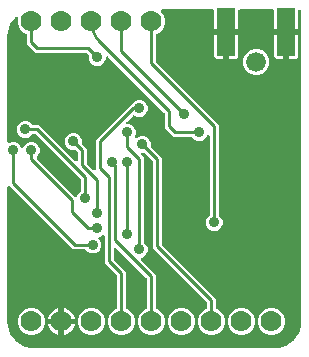
<source format=gbr>
G04 EAGLE Gerber RS-274X export*
G75*
%MOMM*%
%FSLAX34Y34*%
%LPD*%
%INBottom Copper*%
%IPPOS*%
%AMOC8*
5,1,8,0,0,1.08239X$1,22.5*%
G01*
%ADD10R,1.524000X4.064000*%
%ADD11C,1.778000*%
%ADD12C,1.676400*%
%ADD13C,0.906400*%
%ADD14C,0.254000*%

G36*
X231162Y2543D02*
X231162Y2543D01*
X231240Y2545D01*
X234617Y2810D01*
X234685Y2824D01*
X234754Y2829D01*
X234910Y2869D01*
X241334Y4956D01*
X241441Y5006D01*
X241552Y5050D01*
X241603Y5083D01*
X241622Y5091D01*
X241637Y5104D01*
X241688Y5136D01*
X247152Y9107D01*
X247239Y9188D01*
X247286Y9227D01*
X247292Y9231D01*
X247293Y9232D01*
X247331Y9264D01*
X247369Y9310D01*
X247384Y9324D01*
X247395Y9342D01*
X247433Y9388D01*
X251404Y14852D01*
X251461Y14956D01*
X251525Y15056D01*
X251547Y15113D01*
X251557Y15131D01*
X251562Y15151D01*
X251584Y15206D01*
X253671Y21630D01*
X253684Y21698D01*
X253707Y21764D01*
X253730Y21923D01*
X253995Y25300D01*
X253995Y25304D01*
X253996Y25307D01*
X253995Y25326D01*
X253999Y25400D01*
X253999Y288290D01*
X253984Y288408D01*
X253977Y288527D01*
X253964Y288565D01*
X253959Y288606D01*
X253916Y288716D01*
X253879Y288829D01*
X253857Y288864D01*
X253842Y288901D01*
X253773Y288997D01*
X253709Y289098D01*
X253679Y289126D01*
X253656Y289159D01*
X253564Y289235D01*
X253477Y289316D01*
X253442Y289336D01*
X253411Y289361D01*
X253303Y289412D01*
X253199Y289470D01*
X253159Y289480D01*
X253123Y289497D01*
X253006Y289519D01*
X252891Y289549D01*
X252831Y289553D01*
X252811Y289557D01*
X252810Y289557D01*
X252790Y289555D01*
X252730Y289559D01*
X252612Y289544D01*
X252493Y289537D01*
X252455Y289524D01*
X252414Y289519D01*
X252304Y289476D01*
X252191Y289439D01*
X252156Y289417D01*
X252119Y289402D01*
X252023Y289333D01*
X251922Y289269D01*
X251894Y289239D01*
X251861Y289216D01*
X251785Y289124D01*
X251704Y289037D01*
X251684Y289002D01*
X251659Y288971D01*
X251608Y288863D01*
X251550Y288759D01*
X251540Y288719D01*
X251523Y288683D01*
X251501Y288566D01*
X251471Y288451D01*
X251467Y288391D01*
X251463Y288371D01*
X251465Y288350D01*
X251461Y288290D01*
X251461Y273049D01*
X242570Y273049D01*
X242452Y273034D01*
X242333Y273027D01*
X242295Y273014D01*
X242255Y273009D01*
X242144Y272965D01*
X242031Y272929D01*
X241996Y272907D01*
X241959Y272892D01*
X241863Y272822D01*
X241762Y272759D01*
X241734Y272729D01*
X241702Y272705D01*
X241626Y272614D01*
X241544Y272527D01*
X241525Y272492D01*
X241499Y272460D01*
X241448Y272353D01*
X241391Y272249D01*
X241380Y272209D01*
X241363Y272173D01*
X241341Y272056D01*
X241311Y271941D01*
X241307Y271880D01*
X241303Y271860D01*
X241305Y271840D01*
X241301Y271780D01*
X241301Y270509D01*
X241299Y270509D01*
X241299Y271780D01*
X241284Y271898D01*
X241277Y272017D01*
X241264Y272055D01*
X241259Y272095D01*
X241215Y272206D01*
X241179Y272319D01*
X241157Y272354D01*
X241142Y272391D01*
X241072Y272487D01*
X241009Y272588D01*
X240979Y272616D01*
X240955Y272648D01*
X240864Y272724D01*
X240777Y272806D01*
X240742Y272825D01*
X240710Y272851D01*
X240603Y272902D01*
X240499Y272959D01*
X240459Y272970D01*
X240423Y272987D01*
X240306Y273009D01*
X240191Y273039D01*
X240130Y273043D01*
X240110Y273047D01*
X240090Y273045D01*
X240030Y273049D01*
X231139Y273049D01*
X231139Y288290D01*
X231124Y288408D01*
X231117Y288527D01*
X231104Y288565D01*
X231099Y288606D01*
X231056Y288716D01*
X231019Y288829D01*
X230997Y288864D01*
X230982Y288901D01*
X230913Y288997D01*
X230849Y289098D01*
X230819Y289126D01*
X230796Y289159D01*
X230704Y289235D01*
X230617Y289316D01*
X230582Y289336D01*
X230551Y289361D01*
X230443Y289412D01*
X230339Y289470D01*
X230299Y289480D01*
X230263Y289497D01*
X230146Y289519D01*
X230031Y289549D01*
X229971Y289553D01*
X229951Y289557D01*
X229930Y289555D01*
X229870Y289559D01*
X201930Y289559D01*
X201812Y289544D01*
X201693Y289537D01*
X201655Y289524D01*
X201614Y289519D01*
X201504Y289476D01*
X201391Y289439D01*
X201356Y289417D01*
X201319Y289402D01*
X201223Y289333D01*
X201122Y289269D01*
X201094Y289239D01*
X201061Y289216D01*
X200985Y289124D01*
X200904Y289037D01*
X200884Y289002D01*
X200859Y288971D01*
X200808Y288863D01*
X200750Y288759D01*
X200740Y288719D01*
X200723Y288683D01*
X200701Y288566D01*
X200671Y288451D01*
X200667Y288391D01*
X200663Y288371D01*
X200665Y288350D01*
X200661Y288290D01*
X200661Y273049D01*
X191770Y273049D01*
X191652Y273034D01*
X191533Y273027D01*
X191495Y273014D01*
X191455Y273009D01*
X191344Y272965D01*
X191231Y272929D01*
X191196Y272907D01*
X191159Y272892D01*
X191063Y272822D01*
X190962Y272759D01*
X190934Y272729D01*
X190902Y272705D01*
X190826Y272614D01*
X190744Y272527D01*
X190725Y272492D01*
X190699Y272460D01*
X190648Y272353D01*
X190591Y272249D01*
X190580Y272209D01*
X190563Y272173D01*
X190541Y272056D01*
X190511Y271941D01*
X190507Y271880D01*
X190503Y271860D01*
X190505Y271840D01*
X190501Y271780D01*
X190501Y270509D01*
X190499Y270509D01*
X190499Y271780D01*
X190484Y271898D01*
X190477Y272017D01*
X190464Y272055D01*
X190459Y272095D01*
X190415Y272206D01*
X190379Y272319D01*
X190357Y272354D01*
X190342Y272391D01*
X190272Y272487D01*
X190209Y272588D01*
X190179Y272616D01*
X190155Y272648D01*
X190064Y272724D01*
X189977Y272806D01*
X189942Y272825D01*
X189910Y272851D01*
X189803Y272902D01*
X189699Y272959D01*
X189659Y272970D01*
X189623Y272987D01*
X189506Y273009D01*
X189391Y273039D01*
X189330Y273043D01*
X189310Y273047D01*
X189290Y273045D01*
X189230Y273049D01*
X180339Y273049D01*
X180339Y288290D01*
X180324Y288408D01*
X180317Y288527D01*
X180304Y288565D01*
X180299Y288606D01*
X180256Y288716D01*
X180219Y288829D01*
X180197Y288864D01*
X180182Y288901D01*
X180113Y288997D01*
X180049Y289098D01*
X180019Y289126D01*
X179996Y289159D01*
X179904Y289235D01*
X179817Y289316D01*
X179782Y289336D01*
X179751Y289361D01*
X179643Y289412D01*
X179539Y289470D01*
X179499Y289480D01*
X179463Y289497D01*
X179346Y289519D01*
X179231Y289549D01*
X179171Y289553D01*
X179151Y289557D01*
X179130Y289555D01*
X179070Y289559D01*
X136070Y289559D01*
X135933Y289542D01*
X135794Y289529D01*
X135775Y289522D01*
X135755Y289519D01*
X135626Y289468D01*
X135495Y289421D01*
X135478Y289410D01*
X135459Y289402D01*
X135347Y289321D01*
X135232Y289243D01*
X135218Y289227D01*
X135202Y289216D01*
X135113Y289108D01*
X135021Y289004D01*
X135012Y288986D01*
X134999Y288971D01*
X134940Y288845D01*
X134877Y288721D01*
X134872Y288701D01*
X134864Y288683D01*
X134837Y288546D01*
X134807Y288411D01*
X134808Y288390D01*
X134804Y288371D01*
X134812Y288232D01*
X134817Y288093D01*
X134822Y288073D01*
X134824Y288053D01*
X134866Y287921D01*
X134905Y287787D01*
X134915Y287770D01*
X134922Y287751D01*
X134996Y287633D01*
X135067Y287513D01*
X135085Y287492D01*
X135092Y287482D01*
X135107Y287468D01*
X135173Y287393D01*
X136691Y285875D01*
X138431Y281674D01*
X138431Y277126D01*
X136691Y272925D01*
X133475Y269709D01*
X131594Y268930D01*
X131569Y268916D01*
X131541Y268907D01*
X131431Y268837D01*
X131318Y268773D01*
X131297Y268752D01*
X131272Y268737D01*
X131183Y268642D01*
X131090Y268552D01*
X131074Y268526D01*
X131054Y268505D01*
X130991Y268391D01*
X130923Y268281D01*
X130915Y268252D01*
X130900Y268226D01*
X130868Y268101D01*
X130830Y267977D01*
X130828Y267947D01*
X130821Y267919D01*
X130811Y267758D01*
X130811Y245944D01*
X130823Y245846D01*
X130826Y245747D01*
X130843Y245689D01*
X130851Y245629D01*
X130887Y245537D01*
X130915Y245441D01*
X130945Y245389D01*
X130968Y245333D01*
X131026Y245253D01*
X131076Y245168D01*
X131142Y245092D01*
X131154Y245076D01*
X131164Y245068D01*
X131182Y245047D01*
X184151Y192078D01*
X184151Y115937D01*
X184163Y115839D01*
X184166Y115740D01*
X184183Y115682D01*
X184191Y115622D01*
X184227Y115530D01*
X184255Y115435D01*
X184285Y115382D01*
X184308Y115326D01*
X184366Y115246D01*
X184416Y115161D01*
X184482Y115085D01*
X184494Y115069D01*
X184504Y115061D01*
X184522Y115040D01*
X186336Y113226D01*
X187413Y110627D01*
X187413Y107813D01*
X186336Y105214D01*
X184346Y103224D01*
X181747Y102147D01*
X178933Y102147D01*
X176334Y103224D01*
X174344Y105214D01*
X173267Y107813D01*
X173267Y110627D01*
X174344Y113226D01*
X176158Y115040D01*
X176218Y115118D01*
X176286Y115190D01*
X176315Y115243D01*
X176352Y115291D01*
X176392Y115382D01*
X176440Y115469D01*
X176455Y115527D01*
X176479Y115583D01*
X176494Y115681D01*
X176519Y115777D01*
X176525Y115877D01*
X176529Y115897D01*
X176527Y115909D01*
X176529Y115937D01*
X176529Y182018D01*
X176521Y182087D01*
X176522Y182157D01*
X176501Y182244D01*
X176489Y182333D01*
X176464Y182398D01*
X176447Y182466D01*
X176405Y182545D01*
X176372Y182629D01*
X176331Y182685D01*
X176299Y182747D01*
X176238Y182814D01*
X176186Y182886D01*
X176132Y182931D01*
X176085Y182982D01*
X176010Y183032D01*
X175941Y183089D01*
X175877Y183119D01*
X175819Y183157D01*
X175734Y183186D01*
X175653Y183225D01*
X175584Y183238D01*
X175518Y183260D01*
X175429Y183268D01*
X175341Y183284D01*
X175271Y183280D01*
X175201Y183286D01*
X175113Y183270D01*
X175023Y183265D01*
X174957Y183243D01*
X174888Y183231D01*
X174806Y183194D01*
X174721Y183167D01*
X174662Y183129D01*
X174598Y183101D01*
X174528Y183045D01*
X174452Y182996D01*
X174404Y182946D01*
X174350Y182902D01*
X174295Y182830D01*
X174234Y182765D01*
X174200Y182704D01*
X174158Y182648D01*
X174087Y182503D01*
X173636Y181414D01*
X171646Y179424D01*
X169047Y178347D01*
X166233Y178347D01*
X163634Y179424D01*
X161820Y181238D01*
X161742Y181298D01*
X161670Y181366D01*
X161617Y181395D01*
X161569Y181432D01*
X161478Y181472D01*
X161391Y181520D01*
X161333Y181535D01*
X161277Y181559D01*
X161179Y181574D01*
X161083Y181599D01*
X160983Y181605D01*
X160963Y181609D01*
X160951Y181607D01*
X160923Y181609D01*
X145742Y181609D01*
X138429Y188922D01*
X138429Y201096D01*
X138417Y201194D01*
X138414Y201293D01*
X138397Y201351D01*
X138389Y201411D01*
X138353Y201503D01*
X138325Y201599D01*
X138295Y201651D01*
X138272Y201707D01*
X138214Y201787D01*
X138164Y201872D01*
X138098Y201948D01*
X138086Y201964D01*
X138076Y201972D01*
X138058Y201993D01*
X90519Y249531D01*
X90410Y249617D01*
X90303Y249705D01*
X90284Y249714D01*
X90268Y249726D01*
X90140Y249782D01*
X90015Y249841D01*
X89995Y249845D01*
X89976Y249853D01*
X89838Y249875D01*
X89702Y249901D01*
X89682Y249899D01*
X89662Y249902D01*
X89523Y249889D01*
X89385Y249881D01*
X89366Y249875D01*
X89346Y249873D01*
X89214Y249825D01*
X89083Y249783D01*
X89065Y249772D01*
X89046Y249765D01*
X88931Y249687D01*
X88814Y249613D01*
X88800Y249598D01*
X88783Y249586D01*
X88691Y249482D01*
X88596Y249381D01*
X88586Y249363D01*
X88573Y249348D01*
X88509Y249224D01*
X88442Y249102D01*
X88437Y249083D01*
X88428Y249065D01*
X88398Y248929D01*
X88363Y248795D01*
X88361Y248766D01*
X88358Y248755D01*
X88359Y248734D01*
X88353Y248634D01*
X88353Y247513D01*
X87276Y244914D01*
X85286Y242924D01*
X82687Y241847D01*
X79873Y241847D01*
X77274Y242924D01*
X75284Y244914D01*
X74207Y247513D01*
X74207Y250078D01*
X74195Y250176D01*
X74192Y250275D01*
X74175Y250333D01*
X74167Y250393D01*
X74131Y250485D01*
X74103Y250581D01*
X74073Y250633D01*
X74050Y250689D01*
X73992Y250769D01*
X73942Y250854D01*
X73876Y250930D01*
X73864Y250946D01*
X73854Y250954D01*
X73836Y250975D01*
X72453Y252358D01*
X72375Y252418D01*
X72303Y252486D01*
X72250Y252515D01*
X72202Y252552D01*
X72111Y252592D01*
X72024Y252640D01*
X71966Y252655D01*
X71910Y252679D01*
X71812Y252694D01*
X71716Y252719D01*
X71616Y252725D01*
X71596Y252729D01*
X71584Y252727D01*
X71556Y252729D01*
X28902Y252729D01*
X21589Y260042D01*
X21589Y267758D01*
X21586Y267787D01*
X21588Y267817D01*
X21566Y267945D01*
X21549Y268073D01*
X21539Y268101D01*
X21534Y268130D01*
X21480Y268248D01*
X21432Y268369D01*
X21415Y268393D01*
X21403Y268420D01*
X21322Y268521D01*
X21246Y268626D01*
X21223Y268645D01*
X21204Y268668D01*
X21101Y268746D01*
X21001Y268829D01*
X20974Y268842D01*
X20950Y268860D01*
X20806Y268930D01*
X18925Y269709D01*
X15709Y272925D01*
X13969Y277126D01*
X13969Y281734D01*
X13982Y281773D01*
X13984Y281803D01*
X13992Y281832D01*
X13994Y281961D01*
X14002Y282091D01*
X13996Y282120D01*
X13997Y282150D01*
X13967Y282276D01*
X13943Y282403D01*
X13930Y282430D01*
X13923Y282459D01*
X13862Y282574D01*
X13807Y282691D01*
X13788Y282714D01*
X13774Y282740D01*
X13687Y282836D01*
X13605Y282936D01*
X13581Y282954D01*
X13560Y282976D01*
X13452Y283047D01*
X13348Y283123D01*
X13320Y283134D01*
X13295Y283151D01*
X13173Y283193D01*
X13052Y283240D01*
X13022Y283244D01*
X12994Y283254D01*
X12865Y283264D01*
X12736Y283281D01*
X12707Y283277D01*
X12677Y283279D01*
X12550Y283257D01*
X12421Y283241D01*
X12393Y283230D01*
X12364Y283225D01*
X12246Y283172D01*
X12125Y283124D01*
X12089Y283101D01*
X12073Y283094D01*
X12056Y283081D01*
X11989Y283038D01*
X11927Y282993D01*
X11841Y282912D01*
X11749Y282836D01*
X11710Y282789D01*
X11696Y282775D01*
X11685Y282758D01*
X11647Y282712D01*
X7676Y277248D01*
X7619Y277144D01*
X7555Y277044D01*
X7533Y276987D01*
X7523Y276969D01*
X7518Y276949D01*
X7496Y276894D01*
X5409Y270470D01*
X5396Y270402D01*
X5373Y270336D01*
X5350Y270177D01*
X5085Y266800D01*
X5086Y266778D01*
X5081Y266700D01*
X5081Y177631D01*
X5087Y177582D01*
X5085Y177532D01*
X5107Y177425D01*
X5121Y177316D01*
X5139Y177269D01*
X5149Y177221D01*
X5197Y177122D01*
X5238Y177020D01*
X5267Y176980D01*
X5289Y176935D01*
X5360Y176852D01*
X5424Y176763D01*
X5463Y176731D01*
X5495Y176693D01*
X5585Y176630D01*
X5669Y176560D01*
X5714Y176539D01*
X5755Y176510D01*
X5858Y176471D01*
X5957Y176424D01*
X6006Y176415D01*
X6052Y176397D01*
X6162Y176385D01*
X6269Y176364D01*
X6319Y176368D01*
X6368Y176362D01*
X6477Y176377D01*
X6587Y176384D01*
X6634Y176399D01*
X6683Y176406D01*
X6836Y176458D01*
X8753Y177253D01*
X11567Y177253D01*
X14166Y176176D01*
X16156Y174186D01*
X16607Y173097D01*
X16676Y172976D01*
X16741Y172853D01*
X16755Y172838D01*
X16765Y172820D01*
X16862Y172720D01*
X16955Y172618D01*
X16972Y172606D01*
X16986Y172592D01*
X17105Y172519D01*
X17221Y172443D01*
X17240Y172436D01*
X17257Y172426D01*
X17390Y172385D01*
X17522Y172340D01*
X17542Y172338D01*
X17561Y172332D01*
X17700Y172325D01*
X17839Y172314D01*
X17859Y172318D01*
X17879Y172317D01*
X18015Y172345D01*
X18152Y172369D01*
X18170Y172377D01*
X18190Y172381D01*
X18316Y172443D01*
X18442Y172499D01*
X18458Y172512D01*
X18476Y172521D01*
X18582Y172611D01*
X18690Y172698D01*
X18703Y172714D01*
X18718Y172727D01*
X18798Y172841D01*
X18882Y172952D01*
X18894Y172977D01*
X18901Y172987D01*
X18908Y173006D01*
X18953Y173097D01*
X19404Y174186D01*
X21394Y176176D01*
X23993Y177253D01*
X26807Y177253D01*
X29406Y176176D01*
X31396Y174186D01*
X32473Y171587D01*
X32473Y168773D01*
X31396Y166174D01*
X30183Y164961D01*
X30110Y164867D01*
X30031Y164778D01*
X30013Y164742D01*
X29988Y164710D01*
X29941Y164601D01*
X29887Y164494D01*
X29878Y164455D01*
X29862Y164418D01*
X29843Y164300D01*
X29817Y164184D01*
X29818Y164144D01*
X29812Y164104D01*
X29823Y163985D01*
X29827Y163866D01*
X29838Y163827D01*
X29842Y163787D01*
X29882Y163675D01*
X29915Y163561D01*
X29936Y163526D01*
X29950Y163488D01*
X30016Y163389D01*
X30077Y163287D01*
X30117Y163241D01*
X30128Y163225D01*
X30143Y163211D01*
X30183Y163166D01*
X60897Y132452D01*
X62222Y131127D01*
X62262Y131096D01*
X62295Y131060D01*
X62387Y130999D01*
X62474Y130932D01*
X62519Y130912D01*
X62561Y130885D01*
X62665Y130849D01*
X62765Y130806D01*
X62815Y130798D01*
X62862Y130782D01*
X62971Y130773D01*
X63080Y130756D01*
X63129Y130760D01*
X63179Y130756D01*
X63287Y130775D01*
X63396Y130786D01*
X63443Y130802D01*
X63492Y130811D01*
X63592Y130856D01*
X63695Y130893D01*
X63737Y130921D01*
X63782Y130941D01*
X63868Y131010D01*
X63959Y131072D01*
X63991Y131109D01*
X64030Y131140D01*
X64096Y131228D01*
X64169Y131310D01*
X64192Y131354D01*
X64222Y131394D01*
X64292Y131539D01*
X65124Y133546D01*
X66938Y135360D01*
X66998Y135438D01*
X67066Y135510D01*
X67095Y135563D01*
X67132Y135611D01*
X67172Y135702D01*
X67220Y135789D01*
X67235Y135847D01*
X67259Y135903D01*
X67274Y136001D01*
X67299Y136097D01*
X67305Y136197D01*
X67309Y136217D01*
X67307Y136229D01*
X67309Y136257D01*
X67309Y145216D01*
X67297Y145314D01*
X67294Y145413D01*
X67277Y145471D01*
X67269Y145531D01*
X67233Y145623D01*
X67205Y145719D01*
X67175Y145771D01*
X67152Y145827D01*
X67094Y145907D01*
X67044Y145992D01*
X66978Y146068D01*
X66966Y146084D01*
X66956Y146092D01*
X66938Y146113D01*
X29273Y183778D01*
X29195Y183838D01*
X29123Y183906D01*
X29070Y183935D01*
X29022Y183972D01*
X28931Y184012D01*
X28844Y184060D01*
X28786Y184075D01*
X28730Y184099D01*
X28632Y184114D01*
X28536Y184139D01*
X28436Y184145D01*
X28416Y184149D01*
X28404Y184147D01*
X28376Y184149D01*
X27037Y184149D01*
X26939Y184137D01*
X26840Y184134D01*
X26782Y184117D01*
X26722Y184109D01*
X26630Y184073D01*
X26535Y184045D01*
X26482Y184015D01*
X26426Y183992D01*
X26346Y183934D01*
X26261Y183884D01*
X26185Y183818D01*
X26169Y183806D01*
X26161Y183796D01*
X26140Y183778D01*
X24326Y181964D01*
X21727Y180887D01*
X18913Y180887D01*
X16314Y181964D01*
X14324Y183954D01*
X13247Y186553D01*
X13247Y189367D01*
X14324Y191966D01*
X16314Y193956D01*
X18913Y195033D01*
X21727Y195033D01*
X24326Y193956D01*
X26140Y192142D01*
X26218Y192082D01*
X26290Y192014D01*
X26343Y191985D01*
X26391Y191948D01*
X26482Y191908D01*
X26569Y191860D01*
X26627Y191845D01*
X26683Y191821D01*
X26781Y191806D01*
X26877Y191781D01*
X26977Y191775D01*
X26997Y191771D01*
X27009Y191773D01*
X27037Y191771D01*
X32058Y191771D01*
X62603Y161227D01*
X62712Y161141D01*
X62819Y161053D01*
X62838Y161044D01*
X62854Y161032D01*
X62982Y160976D01*
X63107Y160917D01*
X63127Y160913D01*
X63146Y160905D01*
X63284Y160883D01*
X63420Y160857D01*
X63440Y160859D01*
X63460Y160856D01*
X63599Y160869D01*
X63737Y160877D01*
X63756Y160883D01*
X63776Y160885D01*
X63908Y160933D01*
X64039Y160975D01*
X64057Y160986D01*
X64076Y160993D01*
X64191Y161071D01*
X64308Y161145D01*
X64322Y161160D01*
X64339Y161172D01*
X64431Y161276D01*
X64526Y161377D01*
X64536Y161395D01*
X64549Y161410D01*
X64613Y161534D01*
X64680Y161656D01*
X64685Y161675D01*
X64694Y161693D01*
X64724Y161829D01*
X64759Y161963D01*
X64761Y161992D01*
X64764Y162003D01*
X64763Y162024D01*
X64769Y162124D01*
X64769Y168076D01*
X64757Y168174D01*
X64754Y168273D01*
X64737Y168331D01*
X64729Y168391D01*
X64693Y168483D01*
X64665Y168579D01*
X64635Y168631D01*
X64612Y168687D01*
X64554Y168767D01*
X64504Y168852D01*
X64438Y168928D01*
X64426Y168944D01*
X64416Y168952D01*
X64398Y168973D01*
X63015Y170356D01*
X62937Y170416D01*
X62865Y170484D01*
X62812Y170513D01*
X62764Y170550D01*
X62673Y170590D01*
X62586Y170638D01*
X62528Y170653D01*
X62472Y170677D01*
X62374Y170692D01*
X62278Y170717D01*
X62178Y170723D01*
X62158Y170727D01*
X62146Y170725D01*
X62118Y170727D01*
X59553Y170727D01*
X56954Y171804D01*
X54964Y173794D01*
X53887Y176393D01*
X53887Y179207D01*
X54964Y181806D01*
X56954Y183796D01*
X59553Y184873D01*
X62367Y184873D01*
X64966Y183796D01*
X66956Y181806D01*
X68033Y179207D01*
X68033Y176642D01*
X68045Y176544D01*
X68048Y176445D01*
X68065Y176387D01*
X68073Y176327D01*
X68109Y176235D01*
X68137Y176139D01*
X68167Y176087D01*
X68190Y176031D01*
X68248Y175951D01*
X68298Y175866D01*
X68364Y175790D01*
X68376Y175774D01*
X68386Y175766D01*
X68404Y175745D01*
X72391Y171758D01*
X72391Y159584D01*
X72403Y159486D01*
X72406Y159387D01*
X72423Y159329D01*
X72431Y159269D01*
X72467Y159177D01*
X72495Y159081D01*
X72525Y159029D01*
X72548Y158973D01*
X72606Y158893D01*
X72656Y158808D01*
X72722Y158732D01*
X72734Y158716D01*
X72744Y158708D01*
X72762Y158687D01*
X77843Y153607D01*
X77952Y153521D01*
X78059Y153433D01*
X78078Y153424D01*
X78094Y153412D01*
X78222Y153356D01*
X78347Y153297D01*
X78367Y153293D01*
X78386Y153285D01*
X78524Y153263D01*
X78660Y153237D01*
X78680Y153239D01*
X78700Y153236D01*
X78839Y153249D01*
X78977Y153257D01*
X78996Y153263D01*
X79016Y153265D01*
X79148Y153313D01*
X79279Y153355D01*
X79297Y153366D01*
X79316Y153373D01*
X79431Y153451D01*
X79548Y153525D01*
X79562Y153540D01*
X79579Y153552D01*
X79671Y153656D01*
X79766Y153757D01*
X79776Y153775D01*
X79789Y153790D01*
X79853Y153914D01*
X79920Y154036D01*
X79925Y154055D01*
X79934Y154073D01*
X79964Y154209D01*
X79999Y154343D01*
X80001Y154372D01*
X80004Y154383D01*
X80003Y154404D01*
X80009Y154504D01*
X80009Y179378D01*
X110190Y209559D01*
X110221Y209563D01*
X110320Y209566D01*
X110378Y209583D01*
X110438Y209591D01*
X110530Y209627D01*
X110625Y209655D01*
X110678Y209685D01*
X110734Y209708D01*
X110814Y209766D01*
X110899Y209816D01*
X110975Y209882D01*
X110991Y209894D01*
X110999Y209904D01*
X111020Y209922D01*
X112834Y211736D01*
X115433Y212813D01*
X118247Y212813D01*
X120846Y211736D01*
X122836Y209746D01*
X123913Y207147D01*
X123913Y204333D01*
X122836Y201734D01*
X120846Y199744D01*
X118247Y198667D01*
X115433Y198667D01*
X112798Y199759D01*
X112797Y199760D01*
X112708Y199839D01*
X112672Y199857D01*
X112640Y199882D01*
X112531Y199929D01*
X112424Y199983D01*
X112385Y199992D01*
X112348Y200008D01*
X112230Y200027D01*
X112114Y200053D01*
X112074Y200052D01*
X112034Y200058D01*
X111915Y200047D01*
X111796Y200043D01*
X111757Y200032D01*
X111717Y200028D01*
X111605Y199988D01*
X111491Y199955D01*
X111456Y199934D01*
X111418Y199921D01*
X111320Y199854D01*
X111217Y199793D01*
X111172Y199753D01*
X111155Y199742D01*
X111141Y199727D01*
X111096Y199687D01*
X106069Y194659D01*
X105983Y194550D01*
X105895Y194443D01*
X105886Y194424D01*
X105874Y194408D01*
X105818Y194280D01*
X105759Y194155D01*
X105755Y194135D01*
X105747Y194116D01*
X105725Y193978D01*
X105699Y193842D01*
X105701Y193822D01*
X105698Y193802D01*
X105711Y193663D01*
X105719Y193525D01*
X105725Y193506D01*
X105727Y193486D01*
X105775Y193354D01*
X105817Y193223D01*
X105828Y193205D01*
X105835Y193186D01*
X105913Y193071D01*
X105987Y192954D01*
X106002Y192940D01*
X106014Y192923D01*
X106118Y192831D01*
X106219Y192736D01*
X106237Y192726D01*
X106252Y192713D01*
X106376Y192649D01*
X106498Y192582D01*
X106517Y192577D01*
X106535Y192568D01*
X106671Y192538D01*
X106805Y192503D01*
X106834Y192501D01*
X106845Y192498D01*
X106866Y192499D01*
X106966Y192493D01*
X108087Y192493D01*
X110686Y191416D01*
X112676Y189426D01*
X113753Y186827D01*
X113753Y184013D01*
X113099Y182434D01*
X113080Y182367D01*
X113053Y182303D01*
X113039Y182214D01*
X113015Y182128D01*
X113014Y182058D01*
X113003Y181989D01*
X113011Y181900D01*
X113010Y181810D01*
X113026Y181742D01*
X113033Y181672D01*
X113063Y181588D01*
X113084Y181501D01*
X113117Y181439D01*
X113140Y181373D01*
X113191Y181299D01*
X113233Y181219D01*
X113280Y181168D01*
X113319Y181110D01*
X113386Y181051D01*
X113447Y180984D01*
X113505Y180946D01*
X113557Y180899D01*
X113637Y180859D01*
X113712Y180809D01*
X113778Y180787D01*
X113841Y180755D01*
X113928Y180735D01*
X114013Y180706D01*
X114083Y180701D01*
X114151Y180685D01*
X114240Y180688D01*
X114330Y180681D01*
X114399Y180693D01*
X114469Y180695D01*
X114555Y180720D01*
X114643Y180735D01*
X114707Y180764D01*
X114774Y180783D01*
X114852Y180829D01*
X114933Y180866D01*
X114988Y180909D01*
X115048Y180945D01*
X115169Y181051D01*
X115374Y181256D01*
X117973Y182333D01*
X120787Y182333D01*
X123386Y181256D01*
X125376Y179266D01*
X126453Y176667D01*
X126453Y174102D01*
X126465Y174004D01*
X126468Y173905D01*
X126485Y173847D01*
X126493Y173787D01*
X126529Y173695D01*
X126557Y173599D01*
X126587Y173547D01*
X126610Y173491D01*
X126668Y173411D01*
X126718Y173326D01*
X126784Y173250D01*
X126796Y173234D01*
X126806Y173226D01*
X126824Y173205D01*
X135891Y164138D01*
X135891Y91004D01*
X135903Y90906D01*
X135906Y90807D01*
X135923Y90749D01*
X135931Y90689D01*
X135967Y90597D01*
X135995Y90501D01*
X136025Y90449D01*
X136048Y90393D01*
X136106Y90313D01*
X136156Y90228D01*
X136222Y90152D01*
X136234Y90136D01*
X136244Y90128D01*
X136262Y90107D01*
X181611Y44758D01*
X181611Y37042D01*
X181614Y37013D01*
X181612Y36983D01*
X181634Y36856D01*
X181651Y36727D01*
X181661Y36699D01*
X181666Y36670D01*
X181720Y36552D01*
X181768Y36431D01*
X181785Y36407D01*
X181797Y36380D01*
X181878Y36279D01*
X181954Y36174D01*
X181977Y36155D01*
X181996Y36132D01*
X182099Y36054D01*
X182199Y35971D01*
X182226Y35958D01*
X182250Y35940D01*
X182394Y35870D01*
X184275Y35091D01*
X187491Y31875D01*
X189231Y27674D01*
X189231Y23126D01*
X187491Y18925D01*
X184275Y15709D01*
X180074Y13969D01*
X175526Y13969D01*
X171325Y15709D01*
X168109Y18925D01*
X166369Y23126D01*
X166369Y27674D01*
X168109Y31875D01*
X171325Y35091D01*
X173206Y35870D01*
X173231Y35884D01*
X173259Y35893D01*
X173369Y35963D01*
X173482Y36027D01*
X173503Y36048D01*
X173528Y36063D01*
X173617Y36158D01*
X173710Y36248D01*
X173726Y36273D01*
X173746Y36295D01*
X173809Y36409D01*
X173877Y36519D01*
X173885Y36548D01*
X173900Y36574D01*
X173932Y36699D01*
X173970Y36823D01*
X173972Y36853D01*
X173979Y36881D01*
X173989Y37042D01*
X173989Y41076D01*
X173977Y41174D01*
X173974Y41273D01*
X173957Y41331D01*
X173949Y41391D01*
X173913Y41483D01*
X173885Y41579D01*
X173855Y41631D01*
X173832Y41687D01*
X173774Y41767D01*
X173724Y41852D01*
X173658Y41928D01*
X173646Y41944D01*
X173636Y41952D01*
X173618Y41973D01*
X128269Y87322D01*
X128269Y160456D01*
X128257Y160554D01*
X128254Y160653D01*
X128237Y160711D01*
X128229Y160771D01*
X128193Y160863D01*
X128165Y160959D01*
X128135Y161011D01*
X128112Y161067D01*
X128054Y161147D01*
X128004Y161232D01*
X127938Y161308D01*
X127926Y161324D01*
X127916Y161332D01*
X127898Y161353D01*
X121435Y167816D01*
X121357Y167876D01*
X121285Y167944D01*
X121232Y167973D01*
X121184Y168010D01*
X121093Y168050D01*
X121006Y168098D01*
X120948Y168113D01*
X120892Y168137D01*
X120794Y168152D01*
X120698Y168177D01*
X120598Y168183D01*
X120578Y168187D01*
X120566Y168185D01*
X120538Y168187D01*
X119666Y168187D01*
X119529Y168170D01*
X119390Y168157D01*
X119371Y168150D01*
X119351Y168147D01*
X119222Y168096D01*
X119091Y168049D01*
X119074Y168038D01*
X119055Y168030D01*
X118942Y167949D01*
X118827Y167871D01*
X118814Y167855D01*
X118798Y167844D01*
X118709Y167736D01*
X118617Y167632D01*
X118608Y167614D01*
X118595Y167599D01*
X118536Y167473D01*
X118472Y167349D01*
X118468Y167329D01*
X118459Y167311D01*
X118433Y167175D01*
X118403Y167039D01*
X118403Y167018D01*
X118399Y166999D01*
X118408Y166860D01*
X118412Y166721D01*
X118418Y166701D01*
X118419Y166681D01*
X118462Y166549D01*
X118501Y166415D01*
X118511Y166398D01*
X118517Y166379D01*
X118592Y166261D01*
X118662Y166141D01*
X118681Y166120D01*
X118687Y166110D01*
X118702Y166096D01*
X118769Y166021D01*
X120651Y164138D01*
X120651Y93077D01*
X120663Y92979D01*
X120666Y92880D01*
X120683Y92822D01*
X120691Y92762D01*
X120727Y92670D01*
X120755Y92575D01*
X120785Y92522D01*
X120808Y92466D01*
X120866Y92386D01*
X120916Y92301D01*
X120982Y92225D01*
X120994Y92209D01*
X121004Y92201D01*
X121022Y92180D01*
X122836Y90366D01*
X123913Y87767D01*
X123913Y84953D01*
X122836Y82354D01*
X120846Y80364D01*
X118839Y79532D01*
X118796Y79508D01*
X118749Y79491D01*
X118658Y79429D01*
X118562Y79375D01*
X118527Y79340D01*
X118486Y79312D01*
X118413Y79230D01*
X118334Y79154D01*
X118308Y79111D01*
X118275Y79074D01*
X118225Y78976D01*
X118168Y78882D01*
X118153Y78835D01*
X118131Y78791D01*
X118106Y78684D01*
X118074Y78579D01*
X118072Y78529D01*
X118061Y78480D01*
X118064Y78370D01*
X118059Y78261D01*
X118069Y78212D01*
X118071Y78163D01*
X118101Y78057D01*
X118123Y77949D01*
X118145Y77905D01*
X118159Y77857D01*
X118215Y77763D01*
X118263Y77664D01*
X118295Y77626D01*
X118321Y77583D01*
X118427Y77462D01*
X128207Y67682D01*
X130811Y65078D01*
X130811Y37042D01*
X130814Y37013D01*
X130812Y36983D01*
X130834Y36856D01*
X130851Y36727D01*
X130861Y36699D01*
X130866Y36670D01*
X130920Y36552D01*
X130968Y36431D01*
X130985Y36407D01*
X130997Y36380D01*
X131078Y36279D01*
X131154Y36174D01*
X131177Y36155D01*
X131196Y36132D01*
X131299Y36054D01*
X131399Y35971D01*
X131426Y35958D01*
X131450Y35940D01*
X131594Y35870D01*
X133475Y35091D01*
X136691Y31875D01*
X138431Y27674D01*
X138431Y23126D01*
X136691Y18925D01*
X133475Y15709D01*
X129274Y13969D01*
X124726Y13969D01*
X120525Y15709D01*
X117309Y18925D01*
X115569Y23126D01*
X115569Y27674D01*
X117309Y31875D01*
X120525Y35091D01*
X122406Y35870D01*
X122431Y35884D01*
X122459Y35893D01*
X122569Y35963D01*
X122682Y36027D01*
X122703Y36048D01*
X122728Y36063D01*
X122817Y36158D01*
X122910Y36248D01*
X122926Y36273D01*
X122946Y36295D01*
X123009Y36409D01*
X123077Y36519D01*
X123085Y36548D01*
X123100Y36574D01*
X123132Y36699D01*
X123170Y36823D01*
X123172Y36853D01*
X123179Y36881D01*
X123189Y37042D01*
X123189Y61396D01*
X123177Y61494D01*
X123174Y61593D01*
X123157Y61651D01*
X123149Y61711D01*
X123113Y61803D01*
X123085Y61899D01*
X123055Y61951D01*
X123032Y62007D01*
X122974Y62087D01*
X122924Y62172D01*
X122858Y62248D01*
X122846Y62264D01*
X122836Y62272D01*
X122818Y62293D01*
X97417Y87693D01*
X97308Y87779D01*
X97201Y87867D01*
X97182Y87876D01*
X97166Y87888D01*
X97038Y87944D01*
X96913Y88003D01*
X96893Y88007D01*
X96874Y88015D01*
X96736Y88037D01*
X96600Y88063D01*
X96580Y88061D01*
X96560Y88064D01*
X96421Y88051D01*
X96283Y88043D01*
X96264Y88037D01*
X96244Y88035D01*
X96112Y87987D01*
X95981Y87945D01*
X95963Y87934D01*
X95944Y87927D01*
X95829Y87849D01*
X95712Y87775D01*
X95698Y87760D01*
X95681Y87748D01*
X95589Y87644D01*
X95494Y87543D01*
X95484Y87525D01*
X95471Y87510D01*
X95407Y87386D01*
X95340Y87264D01*
X95335Y87245D01*
X95326Y87227D01*
X95296Y87091D01*
X95261Y86957D01*
X95259Y86928D01*
X95256Y86917D01*
X95257Y86896D01*
X95251Y86796D01*
X95251Y78304D01*
X95263Y78206D01*
X95266Y78107D01*
X95283Y78049D01*
X95291Y77989D01*
X95327Y77897D01*
X95355Y77801D01*
X95385Y77749D01*
X95408Y77693D01*
X95466Y77613D01*
X95516Y77528D01*
X95582Y77452D01*
X95594Y77436D01*
X95604Y77428D01*
X95622Y77407D01*
X105411Y67618D01*
X105411Y37042D01*
X105414Y37013D01*
X105412Y36983D01*
X105434Y36856D01*
X105451Y36727D01*
X105461Y36699D01*
X105466Y36670D01*
X105520Y36552D01*
X105568Y36431D01*
X105585Y36407D01*
X105597Y36380D01*
X105678Y36279D01*
X105754Y36174D01*
X105777Y36155D01*
X105796Y36132D01*
X105899Y36054D01*
X105999Y35971D01*
X106026Y35958D01*
X106050Y35940D01*
X106194Y35870D01*
X108075Y35091D01*
X111291Y31875D01*
X113031Y27674D01*
X113031Y23126D01*
X111291Y18925D01*
X108075Y15709D01*
X103874Y13969D01*
X99326Y13969D01*
X95125Y15709D01*
X91909Y18925D01*
X90169Y23126D01*
X90169Y27674D01*
X91909Y31875D01*
X95125Y35091D01*
X97006Y35870D01*
X97031Y35884D01*
X97059Y35893D01*
X97169Y35963D01*
X97282Y36027D01*
X97303Y36048D01*
X97328Y36063D01*
X97417Y36158D01*
X97510Y36248D01*
X97526Y36273D01*
X97546Y36295D01*
X97609Y36409D01*
X97677Y36519D01*
X97685Y36548D01*
X97700Y36574D01*
X97732Y36699D01*
X97770Y36823D01*
X97772Y36853D01*
X97779Y36881D01*
X97789Y37042D01*
X97789Y63936D01*
X97777Y64034D01*
X97774Y64133D01*
X97757Y64191D01*
X97749Y64251D01*
X97713Y64343D01*
X97685Y64439D01*
X97655Y64491D01*
X97632Y64547D01*
X97574Y64627D01*
X97524Y64712D01*
X97458Y64788D01*
X97446Y64804D01*
X97436Y64812D01*
X97418Y64833D01*
X87629Y74622D01*
X87629Y97423D01*
X87612Y97561D01*
X87599Y97699D01*
X87592Y97718D01*
X87589Y97738D01*
X87538Y97868D01*
X87491Y97998D01*
X87480Y98015D01*
X87472Y98034D01*
X87391Y98146D01*
X87313Y98262D01*
X87297Y98275D01*
X87286Y98291D01*
X87178Y98380D01*
X87074Y98472D01*
X87056Y98481D01*
X87041Y98494D01*
X86915Y98553D01*
X86791Y98617D01*
X86771Y98621D01*
X86753Y98630D01*
X86617Y98656D01*
X86481Y98686D01*
X86460Y98686D01*
X86441Y98689D01*
X86302Y98681D01*
X86163Y98677D01*
X86143Y98671D01*
X86123Y98670D01*
X85991Y98627D01*
X85857Y98588D01*
X85840Y98578D01*
X85821Y98572D01*
X85703Y98497D01*
X85583Y98427D01*
X85562Y98408D01*
X85552Y98401D01*
X85538Y98386D01*
X85462Y98320D01*
X85286Y98144D01*
X82949Y97176D01*
X82905Y97151D01*
X82859Y97134D01*
X82768Y97073D01*
X82672Y97018D01*
X82637Y96984D01*
X82595Y96956D01*
X82523Y96873D01*
X82444Y96797D01*
X82418Y96755D01*
X82385Y96717D01*
X82335Y96619D01*
X82278Y96526D01*
X82263Y96478D01*
X82240Y96434D01*
X82216Y96327D01*
X82184Y96222D01*
X82182Y96172D01*
X82171Y96124D01*
X82174Y96014D01*
X82169Y95904D01*
X82179Y95856D01*
X82180Y95806D01*
X82211Y95700D01*
X82233Y95593D01*
X82255Y95548D01*
X82269Y95500D01*
X82325Y95406D01*
X82373Y95307D01*
X82405Y95269D01*
X82430Y95226D01*
X82537Y95106D01*
X83466Y94176D01*
X84543Y91577D01*
X84543Y88763D01*
X83466Y86164D01*
X81476Y84174D01*
X78877Y83097D01*
X76063Y83097D01*
X73464Y84174D01*
X71650Y85988D01*
X71572Y86048D01*
X71500Y86116D01*
X71447Y86145D01*
X71399Y86182D01*
X71308Y86222D01*
X71221Y86270D01*
X71163Y86285D01*
X71107Y86309D01*
X71009Y86324D01*
X70913Y86349D01*
X70813Y86355D01*
X70793Y86359D01*
X70781Y86357D01*
X70753Y86359D01*
X60652Y86359D01*
X58048Y88963D01*
X7247Y139763D01*
X7138Y139849D01*
X7031Y139937D01*
X7012Y139946D01*
X6996Y139958D01*
X6868Y140014D01*
X6743Y140073D01*
X6723Y140077D01*
X6704Y140085D01*
X6566Y140107D01*
X6430Y140133D01*
X6410Y140131D01*
X6390Y140134D01*
X6251Y140121D01*
X6113Y140113D01*
X6094Y140107D01*
X6074Y140105D01*
X5942Y140057D01*
X5811Y140015D01*
X5793Y140004D01*
X5774Y139997D01*
X5659Y139919D01*
X5542Y139845D01*
X5528Y139830D01*
X5511Y139818D01*
X5419Y139714D01*
X5324Y139613D01*
X5314Y139595D01*
X5301Y139580D01*
X5237Y139456D01*
X5170Y139334D01*
X5165Y139315D01*
X5156Y139297D01*
X5126Y139161D01*
X5091Y139027D01*
X5089Y138998D01*
X5086Y138987D01*
X5087Y138966D01*
X5081Y138866D01*
X5081Y25400D01*
X5083Y25378D01*
X5085Y25300D01*
X5350Y21923D01*
X5364Y21855D01*
X5369Y21786D01*
X5409Y21630D01*
X7496Y15206D01*
X7546Y15099D01*
X7590Y14988D01*
X7623Y14937D01*
X7631Y14918D01*
X7644Y14903D01*
X7676Y14852D01*
X11647Y9388D01*
X11667Y9366D01*
X11678Y9348D01*
X11724Y9305D01*
X11728Y9301D01*
X11804Y9209D01*
X11850Y9171D01*
X11864Y9156D01*
X11882Y9145D01*
X11928Y9107D01*
X17136Y5322D01*
X17392Y5136D01*
X17496Y5079D01*
X17596Y5015D01*
X17653Y4993D01*
X17671Y4983D01*
X17691Y4978D01*
X17746Y4956D01*
X24170Y2869D01*
X24238Y2856D01*
X24304Y2833D01*
X24463Y2810D01*
X27840Y2545D01*
X27862Y2546D01*
X27940Y2541D01*
X231140Y2541D01*
X231162Y2543D01*
G37*
%LPC*%
G36*
X200926Y13969D02*
X200926Y13969D01*
X196725Y15709D01*
X193509Y18925D01*
X191769Y23126D01*
X191769Y27674D01*
X193509Y31875D01*
X196725Y35091D01*
X200926Y36831D01*
X205474Y36831D01*
X209675Y35091D01*
X212891Y31875D01*
X214631Y27674D01*
X214631Y23126D01*
X212891Y18925D01*
X209675Y15709D01*
X205474Y13969D01*
X200926Y13969D01*
G37*
%LPD*%
%LPC*%
G36*
X226326Y13969D02*
X226326Y13969D01*
X222125Y15709D01*
X218909Y18925D01*
X217169Y23126D01*
X217169Y27674D01*
X218909Y31875D01*
X222125Y35091D01*
X226326Y36831D01*
X230874Y36831D01*
X235075Y35091D01*
X238291Y31875D01*
X240031Y27674D01*
X240031Y23126D01*
X238291Y18925D01*
X235075Y15709D01*
X230874Y13969D01*
X226326Y13969D01*
G37*
%LPD*%
%LPC*%
G36*
X150126Y13969D02*
X150126Y13969D01*
X145925Y15709D01*
X142709Y18925D01*
X140969Y23126D01*
X140969Y27674D01*
X142709Y31875D01*
X145925Y35091D01*
X150126Y36831D01*
X154674Y36831D01*
X158875Y35091D01*
X162091Y31875D01*
X163831Y27674D01*
X163831Y23126D01*
X162091Y18925D01*
X158875Y15709D01*
X154674Y13969D01*
X150126Y13969D01*
G37*
%LPD*%
%LPC*%
G36*
X73926Y13969D02*
X73926Y13969D01*
X69725Y15709D01*
X66509Y18925D01*
X64769Y23126D01*
X64769Y27674D01*
X66509Y31875D01*
X69725Y35091D01*
X73926Y36831D01*
X78474Y36831D01*
X82675Y35091D01*
X85891Y31875D01*
X87631Y27674D01*
X87631Y23126D01*
X85891Y18925D01*
X82675Y15709D01*
X78474Y13969D01*
X73926Y13969D01*
G37*
%LPD*%
%LPC*%
G36*
X23126Y13969D02*
X23126Y13969D01*
X18925Y15709D01*
X15709Y18925D01*
X13969Y23126D01*
X13969Y27674D01*
X15709Y31875D01*
X18925Y35091D01*
X23126Y36831D01*
X27674Y36831D01*
X31875Y35091D01*
X35091Y31875D01*
X36831Y27674D01*
X36831Y23126D01*
X35091Y18925D01*
X31875Y15709D01*
X27674Y13969D01*
X23126Y13969D01*
G37*
%LPD*%
%LPC*%
G36*
X213727Y234187D02*
X213727Y234187D01*
X209713Y235850D01*
X206640Y238923D01*
X204977Y242937D01*
X204977Y247283D01*
X206640Y251297D01*
X209713Y254370D01*
X213727Y256033D01*
X218073Y256033D01*
X222087Y254370D01*
X225160Y251297D01*
X226823Y247283D01*
X226823Y242937D01*
X225160Y238923D01*
X222087Y235850D01*
X218073Y234187D01*
X213727Y234187D01*
G37*
%LPD*%
%LPC*%
G36*
X193039Y247649D02*
X193039Y247649D01*
X193039Y267971D01*
X200661Y267971D01*
X200661Y249856D01*
X200488Y249209D01*
X200153Y248630D01*
X199680Y248157D01*
X199101Y247822D01*
X198454Y247649D01*
X193039Y247649D01*
G37*
%LPD*%
%LPC*%
G36*
X243839Y247649D02*
X243839Y247649D01*
X243839Y267971D01*
X251461Y267971D01*
X251461Y249856D01*
X251288Y249209D01*
X250953Y248630D01*
X250480Y248157D01*
X249901Y247822D01*
X249254Y247649D01*
X243839Y247649D01*
G37*
%LPD*%
%LPC*%
G36*
X233346Y247649D02*
X233346Y247649D01*
X232699Y247822D01*
X232120Y248157D01*
X231647Y248630D01*
X231312Y249209D01*
X231139Y249856D01*
X231139Y267971D01*
X238761Y267971D01*
X238761Y247649D01*
X233346Y247649D01*
G37*
%LPD*%
%LPC*%
G36*
X182546Y247649D02*
X182546Y247649D01*
X181899Y247822D01*
X181320Y248157D01*
X180847Y248630D01*
X180512Y249209D01*
X180339Y249856D01*
X180339Y267971D01*
X187961Y267971D01*
X187961Y247649D01*
X182546Y247649D01*
G37*
%LPD*%
%LPC*%
G36*
X53299Y27899D02*
X53299Y27899D01*
X53299Y36577D01*
X53477Y36549D01*
X55188Y35993D01*
X56791Y35177D01*
X58247Y34119D01*
X59519Y32847D01*
X60577Y31391D01*
X61393Y29788D01*
X61949Y28077D01*
X61977Y27899D01*
X53299Y27899D01*
G37*
%LPD*%
%LPC*%
G36*
X39623Y27899D02*
X39623Y27899D01*
X39651Y28077D01*
X40207Y29788D01*
X41023Y31391D01*
X42081Y32847D01*
X43353Y34119D01*
X44809Y35177D01*
X46412Y35993D01*
X48123Y36549D01*
X48301Y36577D01*
X48301Y27899D01*
X39623Y27899D01*
G37*
%LPD*%
%LPC*%
G36*
X53299Y22901D02*
X53299Y22901D01*
X61977Y22901D01*
X61949Y22723D01*
X61393Y21012D01*
X60577Y19409D01*
X59519Y17953D01*
X58247Y16681D01*
X56791Y15623D01*
X55188Y14807D01*
X53477Y14251D01*
X53299Y14223D01*
X53299Y22901D01*
G37*
%LPD*%
%LPC*%
G36*
X48123Y14251D02*
X48123Y14251D01*
X46412Y14807D01*
X44809Y15623D01*
X43353Y16681D01*
X42081Y17953D01*
X41023Y19409D01*
X40207Y21012D01*
X39651Y22723D01*
X39623Y22901D01*
X48301Y22901D01*
X48301Y14223D01*
X48123Y14251D01*
G37*
%LPD*%
D10*
X241300Y270510D03*
X190500Y270510D03*
D11*
X25400Y25400D03*
X50800Y25400D03*
X76200Y25400D03*
X101600Y25400D03*
X127000Y25400D03*
X152400Y25400D03*
X177800Y25400D03*
X203200Y25400D03*
X228600Y25400D03*
X25400Y279400D03*
X50800Y279400D03*
X76200Y279400D03*
X101600Y279400D03*
X127000Y279400D03*
D12*
X215900Y245110D03*
D13*
X167640Y113030D03*
X25400Y109220D03*
X59690Y228600D03*
X104140Y210820D03*
X139700Y261620D03*
X160020Y246380D03*
X175260Y264160D03*
X170180Y284480D03*
X187960Y242570D03*
X231140Y241300D03*
X243840Y241300D03*
X233680Y231140D03*
X231140Y218440D03*
X223520Y205740D03*
X210820Y205740D03*
X198120Y210820D03*
X175260Y246380D03*
X12700Y240030D03*
X247650Y49530D03*
X208280Y44450D03*
X201930Y107950D03*
X232410Y113030D03*
X10160Y264160D03*
X81280Y116840D03*
D14*
X81280Y144780D01*
D13*
X60960Y177800D03*
D14*
X68580Y157480D02*
X81280Y144780D01*
X68580Y157480D02*
X68580Y170180D01*
X60960Y177800D01*
D13*
X106680Y185420D03*
D14*
X116840Y162560D02*
X116840Y86360D01*
D13*
X116840Y86360D03*
D14*
X116840Y162560D02*
X106680Y172720D01*
X106680Y185420D01*
D13*
X106680Y160020D03*
D14*
X106680Y99060D01*
D13*
X106680Y99060D03*
X25400Y170180D03*
D14*
X25400Y162560D01*
X59690Y128270D01*
X59690Y118110D01*
X73660Y104140D01*
X81280Y104140D01*
D13*
X81280Y104140D03*
X20320Y187960D03*
X71120Y129540D03*
D14*
X30480Y187960D02*
X20320Y187960D01*
X30480Y187960D02*
X71120Y147320D01*
X71120Y129540D01*
D13*
X119380Y175260D03*
D14*
X177800Y43180D02*
X177800Y25400D01*
X177800Y43180D02*
X132080Y88900D01*
X132080Y162560D01*
X119380Y175260D01*
D13*
X93980Y160020D03*
D14*
X96520Y157480D01*
X96520Y93980D01*
X127000Y63500D01*
X127000Y25400D01*
D13*
X10160Y170180D03*
D14*
X10160Y142240D01*
X62230Y90170D01*
D13*
X77470Y90170D03*
D14*
X62230Y90170D01*
X83384Y262056D02*
X82976Y262474D01*
X82578Y262901D01*
X82191Y263338D01*
X81814Y263783D01*
X81448Y264238D01*
X81092Y264701D01*
X80748Y265172D01*
X80415Y265652D01*
X80094Y266139D01*
X79784Y266634D01*
X79486Y267136D01*
X79200Y267645D01*
X78927Y268161D01*
X78665Y268683D01*
X78417Y269211D01*
X78180Y269745D01*
X77957Y270284D01*
X77747Y270828D01*
X77549Y271378D01*
X77365Y271932D01*
X77194Y272490D01*
X77036Y273052D01*
X76891Y273617D01*
X76761Y274186D01*
X76643Y274758D01*
X76540Y275333D01*
X76450Y275909D01*
X76373Y276488D01*
X76311Y277068D01*
X76262Y277650D01*
X76228Y278233D01*
X76207Y278816D01*
X76200Y279400D01*
X83384Y262056D02*
X142240Y203200D01*
X142240Y190500D01*
X147320Y185420D01*
X167640Y185420D01*
D13*
X167640Y185420D03*
X116840Y205740D03*
D14*
X111760Y205740D01*
X83820Y177800D01*
X83820Y154940D01*
X91440Y147320D01*
X91440Y76200D01*
X101600Y66040D01*
X101600Y25400D01*
X25400Y261620D02*
X25400Y279400D01*
X25400Y261620D02*
X30480Y256540D01*
X73660Y256540D01*
X81280Y248920D01*
D13*
X81280Y248920D03*
D14*
X127000Y243840D02*
X127000Y279400D01*
X127000Y243840D02*
X180340Y190500D01*
X180340Y109220D01*
D13*
X180340Y109220D03*
D14*
X101600Y254000D02*
X101600Y279400D01*
X101600Y254000D02*
X154940Y200660D01*
D13*
X154940Y200660D03*
M02*

</source>
